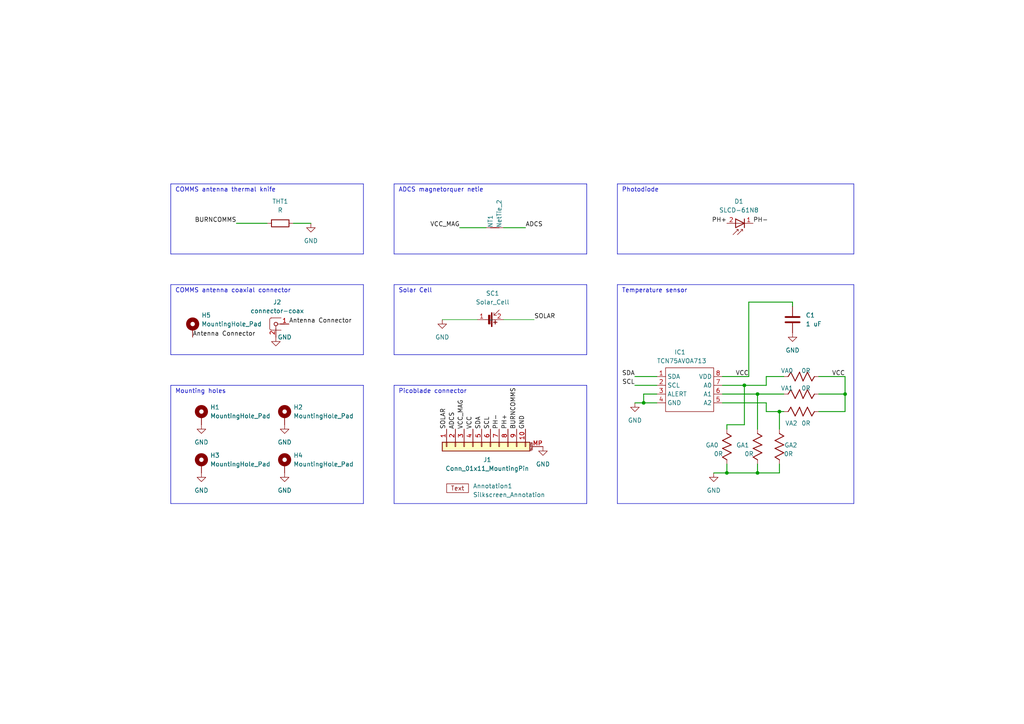
<source format=kicad_sch>
(kicad_sch (version 20230121) (generator eeschema)
  (paper "A4")
  (lib_symbols
    (symbol "-nsl_symbols:Silkscreen_Annotation"
      (property "Reference" "Annotation" (at 3.81 0 0))
      (property "Value" "Silkscreen_Annotation" (at 8.89 2.54 0))
      (symbol "Silkscreen_Annotation_0_0"
        (text "Text" (at 1.905 5.715 0) (effects (font (size 1.27 1.27))))
      )
      (symbol "Silkscreen_Annotation_0_1"
        (rectangle (start -1.27 6.985) (end 5.08 4.445))
      )
    )
    (symbol "Connector_Generic_MountingPin:Conn_01x10_MountingPin" (pin_names (offset 1.016) hide)
      (property "Reference" "J" (at 0 12.7 0))
      (property "Value" "Conn_01x10_MountingPin" (at 1.27 -15.24 0))
      (symbol "Conn_01x10_MountingPin_1_1"
        (rectangle (start -1.27 -12.573) (end 0 -12.827) (stroke (width 0.1524)))
        (rectangle (start -1.27 -10.033) (end 0 -10.287) (stroke (width 0.1524)))
        (rectangle (start -1.27 -7.493) (end 0 -7.747) (stroke (width 0.1524)))
        (rectangle (start -1.27 -4.953) (end 0 -5.207) (stroke (width 0.1524)))
        (rectangle (start -1.27 -2.413) (end 0 -2.667) (stroke (width 0.1524)))
        (rectangle (start -1.27 0.127) (end 0 -0.127) (stroke (width 0.1524)))
        (rectangle (start -1.27 2.667) (end 0 2.413) (stroke (width 0.1524)))
        (rectangle (start -1.27 5.207) (end 0 4.953) (stroke (width 0.1524)))
        (rectangle (start -1.27 7.747) (end 0 7.493) (stroke (width 0.1524)))
        (rectangle (start -1.27 10.287) (end 0 10.033) (stroke (width 0.1524)))
        (rectangle (start -1.27 11.43) (end 1.27 -13.97) (stroke (width 0.254)) (fill (type background)))
        (polyline (pts (xy -1.016 -14.732) (xy 1.016 -14.732)) (stroke (width 0.1524)))
        (text "Mounting" (at 0 -14.351 0) (effects (font (size 0.381 0.381))))
        (pin passive line (at -5.08 10.16 0) (length 3.81) (name "Pin_1") (number "1"))
        (pin passive line (at -5.08 -12.7 0) (length 3.81) (name "Pin_10") (number "10"))
        (pin passive line (at -5.08 7.62 0) (length 3.81) (name "Pin_2") (number "2"))
        (pin passive line (at -5.08 5.08 0) (length 3.81) (name "Pin_3") (number "3"))
        (pin passive line (at -5.08 2.54 0) (length 3.81) (name "Pin_4") (number "4"))
        (pin passive line (at -5.08 0 0) (length 3.81) (name "Pin_5") (number "5"))
        (pin passive line (at -5.08 -2.54 0) (length 3.81) (name "Pin_6") (number "6"))
        (pin passive line (at -5.08 -5.08 0) (length 3.81) (name "Pin_7") (number "7"))
        (pin passive line (at -5.08 -7.62 0) (length 3.81) (name "Pin_8") (number "8"))
        (pin passive line (at -5.08 -10.16 0) (length 3.81) (name "Pin_9") (number "9"))
        (pin passive line (at 0 -17.78 90) (length 3.048) (name "MountPin") (number "MP"))
      )
    )
    (symbol "Device:C" (pin_numbers hide) (pin_names (offset 0.254))
      (property "Reference" "C" (at 0.635 2.54 0))
      (property "Value" "C" (at 0.635 -2.54 0))
      (symbol "C_0_1"
        (polyline (pts (xy -2.032 -0.762) (xy 2.032 -0.762)) (stroke (width 0.508)))
        (polyline (pts (xy -2.032 0.762) (xy 2.032 0.762)) (stroke (width 0.508)))
      )
      (symbol "C_1_1"
        (pin passive line (at 0 3.81 270) (length 2.794) (name "~") (number "1"))
        (pin passive line (at 0 -3.81 90) (length 2.794) (name "~") (number "2"))
      )
    )
    (symbol "Device:NetTie_2" (pin_numbers hide) (pin_names (offset 0) hide) (in_bom no)
      (property "Reference" "NT" (at 0 1.27 0))
      (property "Value" "NetTie_2" (at 0 -1.27 0))
      (symbol "NetTie_2_0_1"
        (polyline (pts (xy -1.27 0) (xy 1.27 0)) (stroke (width 0.254)))
      )
      (symbol "NetTie_2_1_1"
        (pin passive line (at -2.54 0 0) (length 2.54) (name "1") (number "1"))
        (pin passive line (at 2.54 0 180) (length 2.54) (name "2") (number "2"))
      )
    )
    (symbol "Device:R" (pin_numbers hide) (pin_names (offset 0))
      (property "Reference" "R" (at 2.032 0 90))
      (property "Value" "R" (at 0 0 90))
      (symbol "R_0_1"
        (rectangle (start -1.016 -2.54) (end 1.016 2.54) (stroke (width 0.254)))
      )
      (symbol "R_1_1"
        (pin passive line (at 0 3.81 270) (length 1.27) (name "~") (number "1"))
        (pin passive line (at 0 -3.81 90) (length 1.27) (name "~") (number "2"))
      )
    )
    (symbol "GND_1" (power) (pin_names (offset 0))
      (property "Value" "GND_1" (at 0 -3.81 0))
      (symbol "GND_1_0_1"
        (polyline (pts (xy 0 0) (xy 0 -1.27) (xy 1.27 -1.27) (xy 0 -2.54) (xy -1.27 -1.27) (xy 0 -1.27)))
      )
      (symbol "GND_1_1_1"
        (pin power_in line (at 0 0 270) (length 0) hide (name "GND") (number "1"))
      )
    )
    (symbol "GND_10" (power) (pin_names (offset 0))
      (property "Value" "GND_10" (at 0 -3.81 0))
      (symbol "GND_10_0_1"
        (polyline (pts (xy 0 0) (xy 0 -1.27) (xy 1.27 -1.27) (xy 0 -2.54) (xy -1.27 -1.27) (xy 0 -1.27)))
      )
      (symbol "GND_10_1_1"
        (pin power_in line (at 0 0 270) (length 0) hide (name "GND") (number "1"))
      )
    )
    (symbol "GND_2" (power) (pin_names (offset 0))
      (property "Value" "GND_2" (at 0 -3.81 0))
      (symbol "GND_2_0_1"
        (polyline (pts (xy 0 0) (xy 0 -1.27) (xy 1.27 -1.27) (xy 0 -2.54) (xy -1.27 -1.27) (xy 0 -1.27)))
      )
      (symbol "GND_2_1_1"
        (pin power_in line (at 0 0 270) (length 0) hide (name "GND") (number "1"))
      )
    )
    (symbol "GND_3" (power) (pin_names (offset 0))
      (property "Value" "GND_3" (at 0 -3.81 0))
      (symbol "GND_3_0_1"
        (polyline (pts (xy 0 0) (xy 0 -1.27) (xy 1.27 -1.27) (xy 0 -2.54) (xy -1.27 -1.27) (xy 0 -1.27)))
      )
      (symbol "GND_3_1_1"
        (pin power_in line (at 0 0 270) (length 0) hide (name "GND") (number "1"))
      )
    )
    (symbol "GND_4" (power) (pin_names (offset 0))
      (property "Value" "GND_4" (at 0 -3.81 0))
      (symbol "GND_4_0_1"
        (polyline (pts (xy 0 0) (xy 0 -1.27) (xy 1.27 -1.27) (xy 0 -2.54) (xy -1.27 -1.27) (xy 0 -1.27)))
      )
      (symbol "GND_4_1_1"
        (pin power_in line (at 0 0 270) (length 0) hide (name "GND") (number "1"))
      )
    )
    (symbol "GND_5" (power) (pin_names (offset 0))
      (property "Value" "GND_5" (at 0 -3.81 0))
      (symbol "GND_5_0_1"
        (polyline (pts (xy 0 0) (xy 0 -1.27) (xy 1.27 -1.27) (xy 0 -2.54) (xy -1.27 -1.27) (xy 0 -1.27)))
      )
      (symbol "GND_5_1_1"
        (pin power_in line (at 0 0 270) (length 0) hide (name "GND") (number "1"))
      )
    )
    (symbol "GND_6" (power) (pin_names (offset 0))
      (property "Value" "GND_6" (at 0 -3.81 0))
      (symbol "GND_6_0_1"
        (polyline (pts (xy 0 0) (xy 0 -1.27) (xy 1.27 -1.27) (xy 0 -2.54) (xy -1.27 -1.27) (xy 0 -1.27)))
      )
      (symbol "GND_6_1_1"
        (pin power_in line (at 0 0 270) (length 0) hide (name "GND") (number "1"))
      )
    )
    (symbol "GND_7" (power) (pin_names (offset 0))
      (property "Value" "GND_7" (at 0 -3.81 0))
      (symbol "GND_7_0_1"
        (polyline (pts (xy 0 0) (xy 0 -1.27) (xy 1.27 -1.27) (xy 0 -2.54) (xy -1.27 -1.27) (xy 0 -1.27)))
      )
      (symbol "GND_7_1_1"
        (pin power_in line (at 0 0 270) (length 0) hide (name "GND") (number "1"))
      )
    )
    (symbol "GND_8" (power) (pin_names (offset 0))
      (property "Value" "GND_8" (at 0 -3.81 0))
      (symbol "GND_8_0_1"
        (polyline (pts (xy 0 0) (xy 0 -1.27) (xy 1.27 -1.27) (xy 0 -2.54) (xy -1.27 -1.27) (xy 0 -1.27)))
      )
      (symbol "GND_8_1_1"
        (pin power_in line (at 0 0 270) (length 0) hide (name "GND") (number "1"))
      )
    )
    (symbol "GND_9" (power) (pin_names (offset 0))
      (property "Value" "GND_9" (at 0 -3.81 0))
      (symbol "GND_9_0_1"
        (polyline (pts (xy 0 0) (xy 0 -1.27) (xy 1.27 -1.27) (xy 0 -2.54) (xy -1.27 -1.27) (xy 0 -1.27)))
      )
      (symbol "GND_9_1_1"
        (pin power_in line (at 0 0 270) (length 0) hide (name "GND") (number "1"))
      )
    )
    (symbol "Lateral_board-altium-import:0_5k"
      (property "Value" "0_5k" (at 0 0 0))
      (symbol "0_5k_1_0"
        (polyline (pts (xy -3.048 1.27) (xy -3.81 0)) (stroke (width 0.254)))
        (polyline (pts (xy -1.778 -1.27) (xy -3.048 1.27)) (stroke (width 0.254)))
        (polyline (pts (xy -0.508 1.27) (xy -1.778 -1.27)) (stroke (width 0.254)))
        (polyline (pts (xy 0.508 -1.27) (xy -0.508 1.27)) (stroke (width 0.254)))
        (polyline (pts (xy 1.778 1.27) (xy 0.508 -1.27)) (stroke (width 0.254)))
        (polyline (pts (xy 3.048 -1.27) (xy 1.778 1.27)) (stroke (width 0.254)))
        (polyline (pts (xy 3.81 0) (xy 3.048 -1.27)) (stroke (width 0.254)))
        (pin passive line (at -5.08 0 0) (length 1.27) (name "1") (number "1"))
        (pin passive line (at 5.08 0 180) (length 1.27) (name "2") (number "2"))
      )
    )
    (symbol "Lateral_board-altium-import:1_5k"
      (property "Value" "1_5k" (at 0 0 0))
      (symbol "1_5k_1_0"
        (polyline (pts (xy -1.27 -3.048) (xy 0 -3.81)) (stroke (width 0.254)))
        (polyline (pts (xy -1.27 -0.508) (xy 1.27 -1.778)) (stroke (width 0.254)))
        (polyline (pts (xy -1.27 1.778) (xy 1.27 0.508)) (stroke (width 0.254)))
        (polyline (pts (xy 0 3.81) (xy 1.27 3.048)) (stroke (width 0.254)))
        (polyline (pts (xy 1.27 -1.778) (xy -1.27 -3.048)) (stroke (width 0.254)))
        (polyline (pts (xy 1.27 0.508) (xy -1.27 -0.508)) (stroke (width 0.254)))
        (polyline (pts (xy 1.27 3.048) (xy -1.27 1.778)) (stroke (width 0.254)))
        (pin passive line (at 0 -5.08 90) (length 1.27) (name "1") (number "1"))
        (pin passive line (at 0 5.08 270) (length 1.27) (name "2") (number "2"))
      )
    )
    (symbol "Mechanical:MountingHole_Pad" (pin_numbers hide) (pin_names (offset 1.016) hide)
      (property "Reference" "H" (at 0 6.35 0))
      (property "Value" "MountingHole_Pad" (at 0 4.445 0))
      (symbol "MountingHole_Pad_0_1"
        (circle (center 0 1.27) (radius 1.27) (stroke (width 1.27)))
      )
      (symbol "MountingHole_Pad_1_1"
        (pin input line (at 0 -2.54 90) (length 2.54) (name "1") (number "1"))
      )
    )
    (symbol "SP_ICs:TCN75AVUA713"
      (property "Reference" "U" (at 6.35 6.35 0))
      (property "Value" "TCN75AVUA713" (at 8.89 3.81 0))
      (symbol "TCN75AVUA713_0_0"
        (pin unspecified line (at 0 0 0) (length 2.54) (name "SDA") (number "1"))
        (pin unspecified line (at 0 -2.54 0) (length 2.54) (name "SCL") (number "2"))
        (pin unspecified line (at 0 -5.08 0) (length 2.54) (name "ALERT") (number "3"))
        (pin unspecified line (at 0 -7.62 0) (length 2.54) (name "GND") (number "4"))
        (pin unspecified line (at 19.05 -7.62 180) (length 2.54) (name "A2") (number "5"))
        (pin unspecified line (at 19.05 -5.08 180) (length 2.54) (name "A1") (number "6"))
        (pin unspecified line (at 19.05 -2.54 180) (length 2.54) (name "A0") (number "7"))
        (pin unspecified line (at 19.05 0 180) (length 2.54) (name "VDD") (number "8"))
      )
      (symbol "TCN75AVUA713_0_1"
        (rectangle (start 2.54 2.54) (end 16.51 -10.16))
      )
    )
    (symbol "connector-nsl:connector-coax"
      (property "Reference" "J" (at 0 5.08 0))
      (property "Value" "connector-coax" (at 0 7.62 0))
      (property "Footprint" "connector-nsl:C.FL-R-SMT-1(90)" (at 1.27 -15.24 0))
      (symbol "connector-coax_0_1"
        (arc (start -1.778 -1.27) (mid -1.6292 -1.6292) (end -1.27 -1.778))
        (arc (start -1.27 1.778) (mid -1.6292 1.6292) (end -1.778 1.27))
        (polyline (pts (xy -1.778 -1.27) (xy -1.778 1.27)))
        (polyline (pts (xy 0 -1.27) (xy 0 -0.508)))
        (polyline (pts (xy 1.524 -1.778) (xy -1.397 -1.778)))
        (polyline (pts (xy 1.524 1.778) (xy -1.397 1.778)))
        (polyline (pts (xy 2.54 0) (xy 0.508 0)))
        (circle (center 0 0) (radius 0.508) (stroke (width 0.2032)))
      )
      (symbol "connector-coax_1_1"
        (pin bidirectional line (at 3.81 0 180) (length 2.54) (name "") (number "1"))
        (pin bidirectional line (at 0 -3.81 90) (length 2.54) (name "") (number "2"))
      )
    )
    (symbol "passive-nsl:SLCD-61N8"
      (property "Reference" "D" (at 0 4.318 0))
      (property "Value" "SLCD-61N8" (at -0.254 -2.286 0))
      (symbol "SLCD-61N8_0_1"
        (polyline (pts (xy -1.524 1.27) (xy -1.524 -1.27)) (stroke (width 0.254)))
        (polyline (pts (xy -1.016 1.778) (xy -0.508 1.778)))
        (polyline (pts (xy 1.016 0) (xy -1.524 0)))
        (polyline (pts (xy 0.508 3.302) (xy -1.016 1.778) (xy -1.016 2.286)))
        (polyline (pts (xy 1.016 -1.27) (xy 1.016 1.27) (xy -1.524 0) (xy 1.016 -1.27)) (stroke (width 0.254)))
        (polyline (pts (xy 1.778 3.302) (xy 0.254 1.778) (xy 0.254 2.286) (xy 0.254 1.778) (xy 0.762 1.778)))
      )
      (symbol "SLCD-61N8_1_1"
        (pin passive line (at -4.064 0 0) (length 2.54) (name "") (number "1"))
        (pin passive line (at 3.556 0 180) (length 2.54) (name "") (number "2"))
      )
    )
    (symbol "power-nsl:Solar_Cell"
      (property "Reference" "SC" (at 3.048 2.032 0))
      (property "Value" "Solar_Cell" (at 5.588 -2.794 0))
      (symbol "Solar_Cell_0_1"
        (rectangle (start -2.032 0.254) (end 2.032 0) (fill (type outline)))
        (rectangle (start -1.3208 -0.3302) (end 1.27 -0.8382) (fill (type outline)))
        (polyline (pts (xy -1.27 0.762) (xy -2.794 2.286)))
        (polyline (pts (xy 0 -0.762) (xy 0 -1.524)))
        (polyline (pts (xy 0 0.254) (xy 0 1.016)))
        (polyline (pts (xy 0.254 1.143) (xy 1.27 1.143)) (stroke (width 0.254)))
        (polyline (pts (xy 0.762 1.651) (xy 0.762 0.635)) (stroke (width 0.254)))
        (polyline (pts (xy -1.27 1.524) (xy -1.27 0.762) (xy -2.032 0.762)))
      )
      (symbol "Solar_Cell_1_1"
        (pin passive line (at 0 -4.064 90) (length 2.54) (name "-") (number "1"))
        (pin passive line (at 0 3.556 270) (length 2.54) (name "") (number "2"))
      )
    )
    (symbol "power:GND" (power) (pin_names (offset 0))
      (property "Value" "GND" (at 0 -3.81 0))
      (symbol "GND_0_1"
        (polyline (pts (xy 0 0) (xy 0 -1.27) (xy 1.27 -1.27) (xy 0 -2.54) (xy -1.27 -1.27) (xy 0 -1.27)))
      )
      (symbol "GND_1_1"
        (pin power_in line (at 0 0 270) (length 0) hide (name "GND") (number "1"))
      )
    )
  )
  (junction (at 210.82 137.16))
  (junction (at 219.71 114.3))
  (junction (at 219.71 137.16))
  (junction (at 226.06 119.38))
  (junction (at 245.11 114.3))
  (junction (at 186.69 116.84))
  (junction (at 215.9 111.76))
  (wire (pts (xy 219.71 124.46) (xy 219.71 114.3)) (stroke (width 0.254)))
  (polyline (pts (xy 114.3 73.66) (xy 170.18 73.66)))
  (polyline (pts (xy 105.41 53.34) (xy 105.41 73.66)))
  (wire (pts (xy 219.71 137.16) (xy 226.06 137.16)) (stroke (width 0.254)))
  (wire (pts (xy 68.58 64.77) (xy 77.47 64.77)) (stroke (width 0.254)))
  (polyline (pts (xy 170.18 53.34) (xy 170.18 73.66)))
  (wire (pts (xy 217.17 87.63) (xy 229.87 87.63)) (stroke (width 0.254)))
  (wire (pts (xy 222.25 109.22) (xy 222.25 111.76)) (stroke (width 0.254)))
  (wire (pts (xy 209.55 116.84) (xy 222.25 116.84)) (stroke (width 0.254)))
  (wire (pts (xy 210.82 134.62) (xy 210.82 137.16)) (stroke (width 0.254)))
  (wire (pts (xy 245.11 114.3) (xy 245.11 119.38)) (stroke (width 0.254)))
  (polyline (pts (xy 114.3 82.55) (xy 114.3 102.87)))
  (polyline (pts (xy 179.07 82.55) (xy 247.65 82.55)))
  (wire (pts (xy 186.69 114.3) (xy 186.69 116.84)) (stroke (width 0.254)))
  (wire (pts (xy 226.06 137.16) (xy 226.06 134.62)) (stroke (width 0.254)))
  (wire (pts (xy 210.82 123.19) (xy 215.9 123.19)) (stroke (width 0.254)))
  (wire (pts (xy 210.82 124.46) (xy 210.82 123.19)) (stroke (width 0.254)))
  (wire (pts (xy 184.15 111.76) (xy 190.5 111.76)) (stroke (width 0.254)))
  (polyline (pts (xy 49.53 111.76) (xy 49.53 146.05)))
  (wire (pts (xy 128.27 92.71) (xy 138.43 92.71)))
  (polyline (pts (xy 114.3 102.87) (xy 170.18 102.87)))
  (wire (pts (xy 219.71 134.62) (xy 219.71 137.16)) (stroke (width 0.254)))
  (wire (pts (xy 209.55 109.22) (xy 217.17 109.22)) (stroke (width 0.254)))
  (wire (pts (xy 215.9 123.19) (xy 215.9 111.76)) (stroke (width 0.254)))
  (polyline (pts (xy 114.3 111.76) (xy 170.18 111.76)))
  (polyline (pts (xy 114.3 53.34) (xy 114.3 73.66)))
  (polyline (pts (xy 114.3 146.05) (xy 170.18 146.05)))
  (wire (pts (xy 245.11 119.38) (xy 237.49 119.38)) (stroke (width 0.254)))
  (wire (pts (xy 210.82 137.16) (xy 219.71 137.16)) (stroke (width 0.254)))
  (wire (pts (xy 222.25 111.76) (xy 215.9 111.76)) (stroke (width 0.254)))
  (polyline (pts (xy 179.07 82.55) (xy 179.07 146.05)))
  (wire (pts (xy 146.05 92.71) (xy 154.94 92.71)))
  (wire (pts (xy 209.55 114.3) (xy 219.71 114.3)) (stroke (width 0.254)))
  (wire (pts (xy 226.06 119.38) (xy 222.25 119.38)) (stroke (width 0.254)))
  (wire (pts (xy 222.25 119.38) (xy 222.25 116.84)) (stroke (width 0.254)))
  (wire (pts (xy 229.87 87.63) (xy 229.87 88.9)) (stroke (width 0.254)))
  (wire (pts (xy 133.35 66.04) (xy 140.97 66.04)) (stroke (width 0.254)))
  (polyline (pts (xy 170.18 82.55) (xy 170.18 102.87)))
  (polyline (pts (xy 49.53 111.76) (xy 105.41 111.76)))
  (polyline (pts (xy 114.3 82.55) (xy 170.18 82.55)))
  (polyline (pts (xy 114.3 53.34) (xy 170.18 53.34)))
  (wire (pts (xy 245.11 109.22) (xy 245.11 114.3)) (stroke (width 0.254)))
  (polyline (pts (xy 114.3 111.76) (xy 114.3 146.05)))
  (polyline (pts (xy 247.65 53.34) (xy 247.65 73.66)))
  (wire (pts (xy 152.4 66.04) (xy 146.05 66.04)) (stroke (width 0.254)))
  (wire (pts (xy 209.55 111.76) (xy 215.9 111.76)) (stroke (width 0.254)))
  (wire (pts (xy 217.17 87.63) (xy 217.17 109.22)) (stroke (width 0.254)))
  (wire (pts (xy 237.49 114.3) (xy 245.11 114.3)) (stroke (width 0.254)))
  (wire (pts (xy 227.33 114.3) (xy 219.71 114.3)) (stroke (width 0.254)))
  (polyline (pts (xy 179.07 53.34) (xy 247.65 53.34)))
  (polyline (pts (xy 49.53 53.34) (xy 49.53 73.66)))
  (wire (pts (xy 184.15 109.22) (xy 190.5 109.22)) (stroke (width 0.254)))
  (wire (pts (xy 90.17 64.77) (xy 85.09 64.77)) (stroke (width 0.254)))
  (wire (pts (xy 227.33 119.38) (xy 226.06 119.38)) (stroke (width 0.254)))
  (wire (pts (xy 207.01 137.16) (xy 210.82 137.16)) (stroke (width 0.254)))
  (polyline (pts (xy 179.07 146.05) (xy 247.65 146.05)))
  (polyline (pts (xy 49.53 82.55) (xy 49.53 102.87)))
  (wire (pts (xy 186.69 116.84) (xy 184.15 116.84)) (stroke (width 0.254)))
  (polyline (pts (xy 49.53 53.34) (xy 105.41 53.34)))
  (polyline (pts (xy 179.07 73.66) (xy 247.65 73.66)))
  (polyline (pts (xy 179.07 53.34) (xy 179.07 73.66)))
  (polyline (pts (xy 105.41 102.87) (xy 105.41 82.55)))
  (polyline (pts (xy 105.41 146.05) (xy 49.53 146.05)))
  (polyline (pts (xy 49.53 73.66) (xy 105.41 73.66)))
  (wire (pts (xy 186.69 114.3) (xy 190.5 114.3)) (stroke (width 0.254)))
  (polyline (pts (xy 170.18 111.76) (xy 170.18 146.05)))
  (polyline (pts (xy 49.53 82.55) (xy 105.41 82.55)))
  (wire (pts (xy 227.33 109.22) (xy 222.25 109.22)) (stroke (width 0.254)))
  (polyline (pts (xy 247.65 82.55) (xy 247.65 146.05)))
  (polyline (pts (xy 49.53 102.87) (xy 105.41 102.87)))
  (wire (pts (xy 186.69 116.84) (xy 190.5 116.84)) (stroke (width 0.254)))
  (polyline (pts (xy 105.41 111.76) (xy 105.41 146.05)))
  (wire (pts (xy 226.06 124.46) (xy 226.06 119.38)) (stroke (width 0.254)))
  (wire (pts (xy 237.49 109.22) (xy 245.11 109.22)) (stroke (width 0.254)))
  (text "COMMS antenna thermal knife\n" (at 50.8 55.88 0) (effects (font (size 1.27 1.27)) (justify left bottom)))
  (text "Temperature sensor" (at 180.34 85.09 0) (effects (font (size 1.27 1.27)) (justify left bottom)))
  (text "Mounting holes\n" (at 50.8 114.3 0) (effects (font (size 1.27 1.27)) (justify left bottom)))
  (text "COMMS antenna coaxial connector\n" (at 50.8 85.09 0) (effects (font (size 1.27 1.27)) (justify left bottom)))
  (text "Solar Cell\n" (at 115.57 85.09 0) (effects (font (size 1.27 1.27)) (justify left bottom)))
  (text "Photodiode\n" (at 180.34 55.88 0) (effects (font (size 1.27 1.27)) (justify left bottom)))
  (text "ADCS magnetorquer netie" (at 115.57 55.88 0) (effects (font (size 1.27 1.27)) (justify left bottom)))
  (text "Picoblade connector" (at 115.57 114.3 0) (effects (font (size 1.27 1.27)) (justify left bottom)))
  (label "SOLAR" (at 129.54 124.46 90))
  (label "BURNCOMMS" (at 149.86 124.46 90))
  (label "PH+" (at 147.32 124.46 90))
  (label "VCC" (at 245.11 109.22 180))
  (label "VCC_MAG" (at 133.35 66.04 180))
  (label "VCC" (at 217.17 109.22 180))
  (label "Antenna Connector" (at 83.82 93.98 0))
  (label "VCC" (at 137.16 124.46 90))
  (label "SDA" (at 184.15 109.22 180))
  (label "GND" (at 152.4 124.46 90))
  (label "ADCS" (at 132.08 124.46 90))
  (label "SCL" (at 142.24 124.46 90))
  (label "ADCS" (at 152.4 66.04 0))
  (label "PH-" (at 144.78 124.46 90))
  (label "SOLAR" (at 154.94 92.71 0))
  (label "BURNCOMMS" (at 68.58 64.77 180))
  (label "SDA" (at 139.7 124.46 90))
  (label "PH+" (at 210.82 64.77 180))
  (label "SCL" (at 184.15 111.76 180))
  (label "VCC_MAG" (at 134.62 124.46 90))
  (label "Antenna Connector" (at 55.88 97.79 0))
  (label "PH-" (at 218.44 64.77 0))
  (symbol (lib_id "Device:R") (at 81.28 64.77 90) (unit 1)
    (property "Reference" "THT1" (at 81.28 58.42 90))
    (property "Value" "R" (at 81.28 60.96 90))
    (property "Footprint" "Resistor_THT:R_Axial_DIN0309_L9.0mm_D3.2mm_P12.70mm_Horizontal" (effects hide))
  )
  (symbol (lib_id "Mechanical:MountingHole_Pad") (at 55.88 95.25 0) (unit 1)
    (property "Reference" "H5" (at 58.42 91.44 0) (effects (justify left)))
    (property "Value" "MountingHole_Pad" (at 58.42 93.98 0) (effects (justify left)))
    (property "Footprint" "MountingHole:MountingHole_2.2mm_M2_DIN965_Pad_TopOnly" (effects hide))
  )
  (symbol (lib_id "Lateral_board-altium-import:1_5k") (at 210.82 129.54 0) (unit 1)
    (property "Reference" "GA0" (at 204.6373 129.8276 0) (effects (justify left bottom)))
    (property "Value" "0R" (at 207.0279 132.3684 0) (effects (justify left bottom)))
    (property "Footprint" "Resistor_SMD:R_0805_2012Metric" (effects hide))
    (property "NAMEALIAS" "Value(Ω)" (effects hide))
    (property "BOM_SUPPLIER PART" "71-CRCW0805J-5K" (effects hide))
    (property "BOM_SUPPLIER" "Mouser" (effects hide))
    (property "CONTRIBUTOR" "LCEDA_Lib" (effects hide))
    (property "SPICEPRE" "R" (effects hide))
    (property "SPICESYMBOLNAME" "R_0603_US" (effects hide))
    (property "BOM_MANUFACTURER PART" "CRCW08055K00JNTA" (effects hide))
    (property "BOM_MANUFACTURER" "Vishay / Dale" (effects hide))
    (property "BOM_LINK" "https://www.mouser.es/ProductDetail/Vishay-Dale/CRCW08055K00JNTA?qs=%2Fha2pyFadui6t5gBae62ocFJ46SNue422n5luvT1xmc7fnXInubqKA%3D%3D" (effects hide))
  )
  (symbol (lib_name "GND_2") (lib_id "power:GND") (at 128.27 92.71 0) (unit 1)
    (property "Reference" "#PWR0111" (effects hide))
    (property "Value" "GND" (at 128.27 97.79 0))
  )
  (symbol (lib_id "Mechanical:MountingHole_Pad") (at 82.55 120.65 0) (unit 1)
    (property "Reference" "H2" (at 85.09 118.1099 0) (effects (justify left)))
    (property "Value" "MountingHole_Pad" (at 85.09 120.6499 0) (effects (justify left)))
    (property "Footprint" "MountingHole:MountingHole_2.2mm_M2_Pad" (effects hide))
  )
  (symbol (lib_name "GND_6") (lib_id "power:GND") (at 82.55 123.19 0) (unit 1)
    (property "Reference" "#PWR0108" (effects hide))
    (property "Value" "GND" (at 82.55 128.27 0))
  )
  (symbol (lib_id "power-nsl:Solar_Cell") (at 142.494 92.71 270) (unit 1)
    (property "Reference" "SC1" (at 142.875 85.09 90))
    (property "Value" "Solar_Cell" (at 142.875 87.63 90))
    (property "Footprint" "-nsl_power:Azur-Space-PQ-cut-SC" (effects hide))
  )
  (symbol (lib_id "Lateral_board-altium-import:1_5k") (at 219.71 129.54 0) (unit 1)
    (property "Reference" "GA1" (at 213.5273 129.8375 0) (effects (justify left bottom)))
    (property "Value" "0R" (at 215.9179 132.3764 0) (effects (justify left bottom)))
    (property "Footprint" "Resistor_SMD:R_0805_2012Metric" (effects hide))
    (property "NAMEALIAS" "Value(Ω)" (effects hide))
    (property "BOM_SUPPLIER PART" "71-CRCW0805J-5K" (effects hide))
    (property "BOM_SUPPLIER" "Mouser" (effects hide))
    (property "CONTRIBUTOR" "LCEDA_Lib" (effects hide))
    (property "SPICEPRE" "R" (effects hide))
    (property "SPICESYMBOLNAME" "R_0603_US" (effects hide))
    (property "BOM_MANUFACTURER PART" "CRCW08055K00JNTA" (effects hide))
    (property "BOM_MANUFACTURER" "Vishay / Dale" (effects hide))
    (property "BOM_LINK" "https://www.mouser.es/ProductDetail/Vishay-Dale/CRCW08055K00JNTA?qs=%2Fha2pyFadui6t5gBae62ocFJ46SNue422n5luvT1xmc7fnXInubqKA%3D%3D" (effects hide))
  )
  (symbol (lib_name "GND_3") (lib_id "power:GND") (at 207.01 137.16 0) (unit 1)
    (property "Reference" "#PWR0106" (effects hide))
    (property "Value" "GND" (at 207.01 142.24 0))
  )
  (symbol (lib_name "GND_7") (lib_id "power:GND") (at 82.55 137.16 0) (unit 1)
    (property "Reference" "#PWR0110" (effects hide))
    (property "Value" "GND" (at 82.55 142.24 0))
  )
  (symbol (lib_id "Mechanical:MountingHole_Pad") (at 58.42 134.62 0) (unit 1)
    (property "Reference" "H3" (at 60.96 132.0799 0) (effects (justify left)))
    (property "Value" "MountingHole_Pad" (at 60.96 134.6199 0) (effects (justify left)))
    (property "Footprint" "MountingHole:MountingHole_2.2mm_M2_Pad" (effects hide))
  )
  (symbol (lib_id "SP_ICs:TCN75AVUA713") (at 190.5 109.22 0) (unit 1)
    (property "Reference" "IC1" (at 195.58 102.87 0) (effects (justify left bottom)))
    (property "Value" "TCN75AVOA713" (at 190.5 105.41 0) (effects (justify left bottom)))
    (property "Footprint" "-nsl_sensor:TCN75AVOA" (effects hide))
    (property "SPICEPRE" "I" (effects hide))
    (property "SPICESYMBOLNAME" "TCN75AVUA713-VAO" (effects hide))
  )
  (symbol (lib_id "Mechanical:MountingHole_Pad") (at 82.55 134.62 0) (unit 1)
    (property "Reference" "H4" (at 85.09 132.0799 0) (effects (justify left)))
    (property "Value" "MountingHole_Pad" (at 85.09 134.6199 0) (effects (justify left)))
    (property "Footprint" "MountingHole:MountingHole_2.2mm_M2_Pad" (effects hide))
  )
  (symbol (lib_name "GND_9") (lib_id "power:GND") (at 80.01 97.79 0) (unit 1)
    (property "Reference" "#PWR0103" (effects hide))
    (property "Value" "GND" (at 82.55 97.79 0))
  )
  (symbol (lib_name "GND_8") (lib_id "power:GND") (at 90.17 64.77 0) (unit 1)
    (property "Reference" "#PWR0112" (effects hide))
    (property "Value" "GND" (at 90.17 69.85 0))
  )
  (symbol (lib_id "Device:NetTie_2") (at 143.51 66.04 0) (unit 1)
    (property "Reference" "NT1" (at 142.24 66.04 90) (effects (justify left)))
    (property "Value" "NetTie_2" (at 144.78 66.04 90) (effects (justify left)))
    (property "Footprint" "NetTie:NetTie-2_SMD_Pad0.5mm" (effects hide))
  )
  (symbol (lib_name "GND_1") (lib_id "power:GND") (at 157.48 129.54 0) (unit 1)
    (property "Reference" "#PWR0102" (effects hide))
    (property "Value" "GND" (at 157.48 134.62 0))
  )
  (symbol (lib_id "Lateral_board-altium-import:0_5k") (at 232.41 109.22 0) (unit 1)
    (property "Reference" "VA0" (at 226.4475 108.2376 0) (effects (justify left bottom)))
    (property "Value" "0R" (at 232.4279 108.2384 0) (effects (justify left bottom)))
    (property "Footprint" "Resistor_SMD:R_0805_2012Metric" (effects hide))
    (property "NAMEALIAS" "Value(Ω)" (effects hide))
    (property "BOM_SUPPLIER PART" "71-CRCW0805J-5K" (effects hide))
    (property "BOM_SUPPLIER" "Mouser" (effects hide))
    (property "CONTRIBUTOR" "LCEDA_Lib" (effects hide))
    (property "SPICEPRE" "R" (effects hide))
    (property "SPICESYMBOLNAME" "R_0603_US" (effects hide))
    (property "BOM_MANUFACTURER PART" "CRCW08055K00JNTA" (effects hide))
    (property "BOM_MANUFACTURER" "Vishay / Dale" (effects hide))
    (property "BOM_LINK" "https://www.mouser.es/ProductDetail/Vishay-Dale/CRCW08055K00JNTA?qs=%2Fha2pyFadui6t5gBae62ocFJ46SNue422n5luvT1xmc7fnXInubqKA%3D%3D" (effects hide))
  )
  (symbol (lib_name "GND_5") (lib_id "power:GND") (at 184.15 116.84 0) (unit 1)
    (property "Reference" "#PWR0105" (effects hide))
    (property "Value" "GND" (at 184.15 121.92 0))
  )
  (symbol (lib_id "Mechanical:MountingHole_Pad") (at 58.42 120.65 0) (unit 1)
    (property "Reference" "H1" (at 60.96 118.1099 0) (effects (justify left)))
    (property "Value" "MountingHole_Pad" (at 60.96 120.6499 0) (effects (justify left)))
    (property "Footprint" "MountingHole:MountingHole_2.2mm_M2_Pad" (effects hide))
  )
  (symbol (lib_name "GND_4") (lib_id "power:GND") (at 229.87 96.52 0) (unit 1)
    (property "Reference" "#PWR0101" (effects hide))
    (property "Value" "GND" (at 229.87 101.6 0))
  )
  (symbol (lib_id "Lateral_board-altium-import:0_5k") (at 232.41 114.3 0) (unit 1)
    (property "Reference" "VA1" (at 226.4475 113.3176 0) (effects (justify left bottom)))
    (property "Value" "0R" (at 232.4279 113.3184 0) (effects (justify left bottom)))
    (property "Footprint" "Resistor_SMD:R_0805_2012Metric" (effects hide))
    (property "NAMEALIAS" "Value(Ω)" (effects hide))
    (property "BOM_SUPPLIER PART" "71-CRCW0805J-5K" (effects hide))
    (property "BOM_SUPPLIER" "Mouser" (effects hide))
    (property "CONTRIBUTOR" "LCEDA_Lib" (effects hide))
    (property "SPICEPRE" "R" (effects hide))
    (property "SPICESYMBOLNAME" "R_0603_US" (effects hide))
    (property "BOM_MANUFACTURER PART" "CRCW08055K00JNTA" (effects hide))
    (property "BOM_MANUFACTURER" "Vishay / Dale" (effects hide))
    (property "BOM_LINK" "https://www.mouser.es/ProductDetail/Vishay-Dale/CRCW08055K00JNTA?qs=%2Fha2pyFadui6t5gBae62ocFJ46SNue422n5luvT1xmc7fnXInubqKA%3D%3D" (effects hide))
  )
  (symbol (lib_id "Device:C") (at 229.87 92.71 0) (unit 1)
    (property "Reference" "C1" (at 233.68 91.4399 0) (effects (justify left)))
    (property "Value" "1 uF" (at 233.68 93.9799 0) (effects (justify left)))
    (property "Footprint" "Capacitor_SMD:C_0603_1608Metric" (effects hide))
    (property "Supplier 1" "Mouser" (effects hide))
    (property "Manufacturer 1" "Murata Electronics" (effects hide))
    (property "Manufacturer Part Number 1" "GRM188R72A104KA35J" (effects hide))
    (property "Supplier Part Number 1" "81-GRM188R72A104KA5J" (effects hide))
  )
  (symbol (lib_id "power:GND") (at 58.42 123.19 0) (unit 1)
    (property "Reference" "#PWR0107" (effects hide))
    (property "Value" "GND" (at 58.42 128.27 0))
  )
  (symbol (lib_id "-nsl_symbols:Silkscreen_Annotation") (at 130.81 147.32 0) (unit 1)
    (property "Reference" "Annotation1" (at 137.16 140.97 0) (effects (justify left)))
    (property "Value" "Silkscreen_Annotation" (at 137.16 143.51 0) (effects (justify left)))
    (property "Footprint" "-nsl_symbols:Bridgemaker" (effects hide))
  )
  (symbol (lib_id "Lateral_board-altium-import:0_5k") (at 232.41 119.38 0) (unit 1)
    (property "Reference" "VA2" (at 227.7175 123.4855 0) (effects (justify left bottom)))
    (property "Value" "0R" (at 232.4279 123.4864 0) (effects (justify left bottom)))
    (property "Footprint" "Resistor_SMD:R_0805_2012Metric" (effects hide))
    (property "NAMEALIAS" "Value(Ω)" (effects hide))
    (property "BOM_SUPPLIER PART" "71-CRCW0805J-5K" (effects hide))
    (property "BOM_SUPPLIER" "Mouser" (effects hide))
    (property "CONTRIBUTOR" "LCEDA_Lib" (effects hide))
    (property "SPICEPRE" "R" (effects hide))
    (property "SPICESYMBOLNAME" "R_0603_US" (effects hide))
    (property "BOM_MANUFACTURER PART" "CRCW08055K00JNTA" (effects hide))
    (property "BOM_MANUFACTURER" "Vishay / Dale" (effects hide))
    (property "BOM_LINK" "https://www.mouser.es/ProductDetail/Vishay-Dale/CRCW08055K00JNTA?qs=%2Fha2pyFadui6t5gBae62ocFJ46SNue422n5luvT1xmc7fnXInubqKA%3D%3D" (effects hide))
  )
  (symbol (lib_name "GND_10") (lib_id "power:GND") (at 58.42 137.16 0) (unit 1)
    (property "Reference" "#PWR0109" (effects hide))
    (property "Value" "GND" (at 58.42 142.24 0))
  )
  (symbol (lib_id "Lateral_board-altium-import:1_5k") (at 226.06 129.54 0) (unit 1)
    (property "Reference" "GA2" (at 227.4973 129.8375 0) (effects (justify left bottom)))
    (property "Value" "0R" (at 227.3479 132.3764 0) (effects (justify left bottom)))
    (property "Footprint" "Resistor_SMD:R_0805_2012Metric" (effects hide))
    (property "NAMEALIAS" "Value(Ω)" (effects hide))
    (property "BOM_SUPPLIER PART" "71-CRCW0805J-5K" (effects hide))
    (property "BOM_SUPPLIER" "Mouser" (effects hide))
    (property "CONTRIBUTOR" "LCEDA_Lib" (effects hide))
    (property "SPICEPRE" "R" (effects hide))
    (property "SPICESYMBOLNAME" "R_0603_US" (effects hide))
    (property "BOM_MANUFACTURER PART" "CRCW08055K00JNTA" (effects hide))
    (property "BOM_MANUFACTURER" "Vishay / Dale" (effects hide))
    (property "BOM_LINK" "https://www.mouser.es/ProductDetail/Vishay-Dale/CRCW08055K00JNTA?qs=%2Fha2pyFadui6t5gBae62ocFJ46SNue422n5luvT1xmc7fnXInubqKA%3D%3D" (effects hide))
  )
  (symbol (lib_id "passive-nsl:SLCD-61N8") (at 214.376 64.77 180) (unit 1)
    (property "Reference" "D1" (at 214.3125 58.42 0))
    (property "Value" "SLCD-61N8" (at 214.3125 60.96 0))
    (property "Footprint" "-nsl_passive:SLCD-61N8" (effects hide))
  )
  (symbol (lib_id "Connector_Generic_MountingPin:Conn_01x10_MountingPin") (at 139.7 129.54 90) (mirror x) (unit 1)
    (property "Reference" "J1" (at 141.3256 133.35 90))
    (property "Value" "Conn_01x11_MountingPin" (at 141.3256 135.89 90))
    (property "Footprint" "Connector_Molex:Molex_PicoBlade_53261-1071_1x10-1MP_P1.25mm_Horizontal" (effects hide))
  )
  (symbol (lib_id "connector-nsl:connector-coax") (at 80.01 93.98 0) (unit 1)
    (property "Reference" "J2" (at 80.391 87.63 0))
    (property "Value" "connector-coax" (at 80.391 90.17 0))
    (property "Footprint" "-nsl_connector:C.FL-R-SMT-1(90)" (effects hide))
  )
)
</source>
